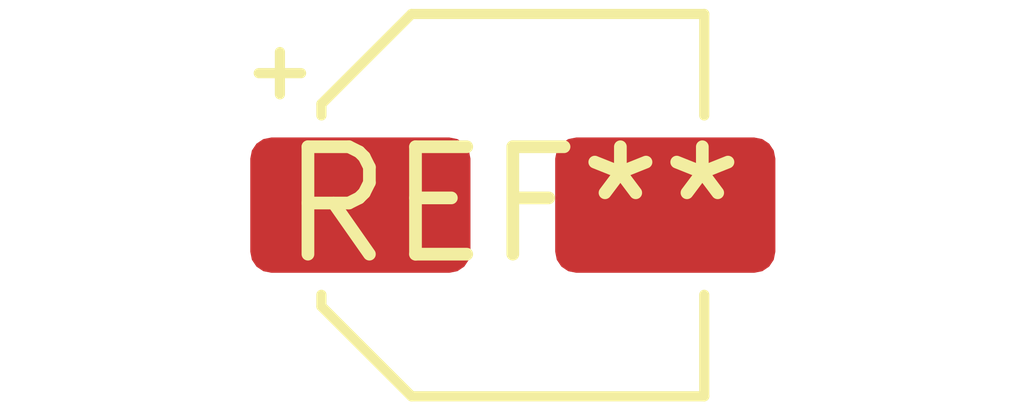
<source format=kicad_pcb>
(kicad_pcb (version 20240108) (generator pcbnew)
  (layers (0 "F.Cu" signal) (31 "B.Cu" signal) (34 "B.Paste" user) (35 "F.Paste" user) (36 "B.SilkS" user "B.Silkscreen") (37 "F.SilkS" user "F.Silkscreen") (38 "B.Mask" user) (39 "F.Mask" user) (44 "Edge.Cuts" user))
  (net 0 "")
  (footprint "CP_Elec_4x3" (layer "F.Cu") (at 0 0)
    (property "Reference" "REF**")
    (property "Value" "CP_Elec_4x3")
    (fp_line (start -3 -1.56) (end -2.5 -1.56) (layer "F.SilkS") (stroke (width 0.12)))
    (fp_line (start -2.75 -1.81) (end -2.75 -1.31) (layer "F.SilkS") (stroke (width 0.12)))
    (fp_line (start -2.26 -1.195563) (end -2.26 -1.06) (layer "F.SilkS") (stroke (width 0.12)))
    (fp_line (start -2.26 -1.195563) (end -1.195563 -2.26) (layer "F.SilkS") (stroke (width 0.12)))
    (fp_line (start -2.26 1.195563) (end -2.26 1.06) (layer "F.SilkS") (stroke (width 0.12)))
    (fp_line (start -2.26 1.195563) (end -1.195563 2.26) (layer "F.SilkS") (stroke (width 0.12)))
    (fp_line (start -1.195563 -2.26) (end 2.26 -2.26) (layer "F.SilkS") (stroke (width 0.12)))
    (fp_line (start -1.195563 2.26) (end 2.26 2.26) (layer "F.SilkS") (stroke (width 0.12)))
    (fp_line (start 2.26 -2.26) (end 2.26 -1.06) (layer "F.SilkS") (stroke (width 0.12)))
    (fp_line (start 2.26 2.26) (end 2.26 1.06) (layer "F.SilkS") (stroke (width 0.12)))
    (pad "1" smd roundrect (at -1.8 0) (size 2.6 1.6) (layers "F.Cu" "F.Paste" "F.Mask") (roundrect_rratio 0.15625))
    (pad "2" smd roundrect (at 1.8 0) (size 2.6 1.6) (layers "F.Cu" "F.Paste" "F.Mask") (roundrect_rratio 0.15625))
  )
)
</source>
